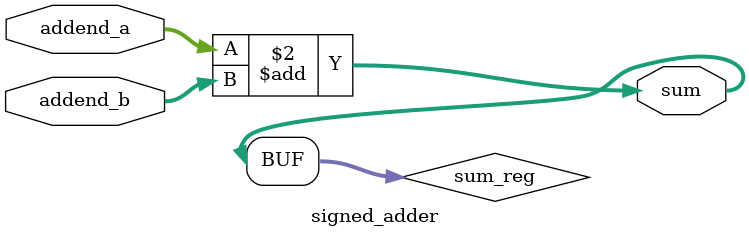
<source format=sv>
module signed_multiply_add (
    input signed [7:0] a,
    input signed [7:0] b,
    input signed [7:0] c,
    output signed [15:0] result
);
    wire signed [15:0] mult_result;
    
    // 实例化乘法子模块
    signed_multiplier mult_unit (
        .multiplicand(a),
        .multiplier(b),
        .product(mult_result)
    );
    
    // 实例化加法子模块
    signed_adder add_unit (
        .addend_a(mult_result),
        .addend_b({{8{c[7]}}, c}), // 符号扩展
        .sum(result)
    );
endmodule

// 乘法子模块
module signed_multiplier #(
    parameter INPUT_WIDTH = 8,
    parameter OUTPUT_WIDTH = 16
) (
    input signed [INPUT_WIDTH-1:0] multiplicand,
    input signed [INPUT_WIDTH-1:0] multiplier,
    output signed [OUTPUT_WIDTH-1:0] product
);
    // 优化的乘法实现
    reg signed [OUTPUT_WIDTH-1:0] product_reg;
    
    always @(*) begin
        product_reg = multiplicand * multiplier;
    end
    
    assign product = product_reg;
endmodule

// 加法子模块
module signed_adder #(
    parameter WIDTH = 16
) (
    input signed [WIDTH-1:0] addend_a,
    input signed [WIDTH-1:0] addend_b, 
    output signed [WIDTH-1:0] sum
);
    // 带快进位的加法器实现
    reg signed [WIDTH-1:0] sum_reg;
    
    always @(*) begin
        sum_reg = addend_a + addend_b;
    end
    
    assign sum = sum_reg;
endmodule
</source>
